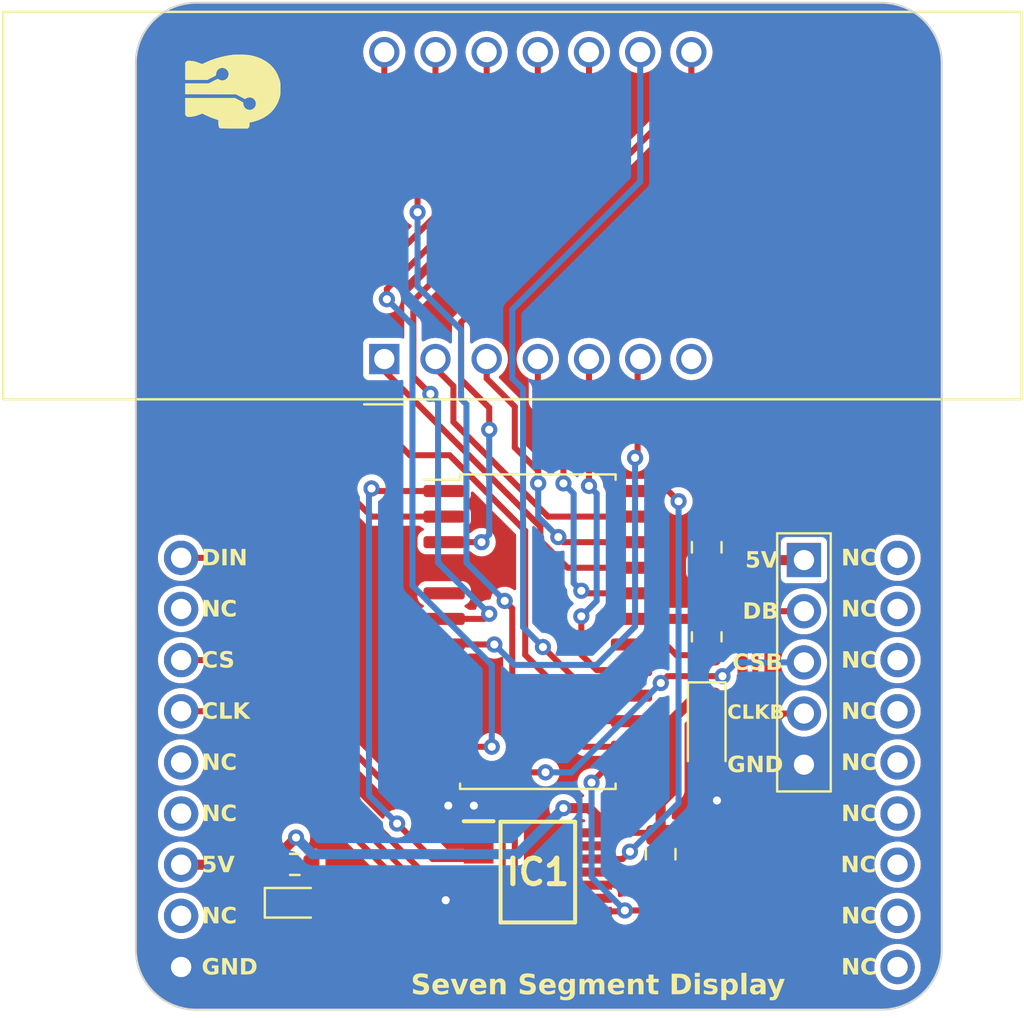
<source format=kicad_pcb>
(kicad_pcb (version 20221018) (generator pcbnew)
  (layers (0 "F.Cu" signal) (31 "B.Cu" signal) (34 "B.Paste" user) (35 "F.Paste" user) (36 "B.SilkS" user "B.Silkscreen") (37 "F.SilkS" user "F.Silkscreen") (38 "B.Mask" user) (39 "F.Mask" user) (44 "Edge.Cuts" user))
  (net 0 "")
  (net 1 "+5V")
  (net 2 "GND")
  (net 3 "Net-(D1-A)")
  (net 4 "DIN")
  (net 5 "DINB")
  (net 6 "CS")
  (net 7 "CSB")
  (net 8 "CLKB")
  (net 9 "CLK")
  (net 10 "DOUTB")
  (net 11 "DOUT")
  (net 12 "Net-(U2-ISET)")
  (net 13 "E")
  (net 14 "D")
  (net 15 "DP")
  (net 16 "C")
  (net 17 "G")
  (net 18 "D3")
  (net 20 "D4")
  (net 21 "B")
  (net 22 "D2")
  (net 23 "D1")
  (net 24 "F")
  (net 25 "D0")
  (net 29 "A")
  (footprint "Package_SO:SOIC-24W_7.5x15.4mm_P1.27mm" (layer "F.Cu") (at 110.744 110.871)
    (fp_text reference "U2" hide)
    (fp_text value "MAX7219" hide)
    (pad "1" smd roundrect (at -4.65 -6.985) (size 2.05 0.6) (layers "F.Cu" "F.Paste" "F.Mask") (net 5 "DINB"))
    (pad "2" smd roundrect (at -4.65 -5.715) (size 2.05 0.6) (layers "F.Cu" "F.Paste" "F.Mask") (net 25 "D0"))
    (pad "3" smd roundrect (at -4.65 -4.445) (size 2.05 0.6) (layers "F.Cu" "F.Paste" "F.Mask") (net 20 "D4"))
    (pad "4" smd roundrect (at -4.65 -3.175) (size 2.05 0.6) (layers "F.Cu" "F.Paste" "F.Mask") (net 2 "GND"))
    (pad "5" smd roundrect (at -4.65 -1.905) (size 2.05 0.6) (layers "F.Cu" "F.Paste" "F.Mask"))
    (pad "6" smd roundrect (at -4.65 -0.635) (size 2.05 0.6) (layers "F.Cu" "F.Paste" "F.Mask") (net 22 "D2"))
    (pad "7" smd roundrect (at -4.65 0.635) (size 2.05 0.6) (layers "F.Cu" "F.Paste" "F.Mask") (net 18 "D3"))
    (pad "8" smd roundrect (at -4.65 1.905) (size 2.05 0.6) (layers "F.Cu" "F.Paste" "F.Mask"))
    (pad "9" smd roundrect (at -4.65 3.175) (size 2.05 0.6) (layers "F.Cu" "F.Paste" "F.Mask") (net 2 "GND"))
    (pad "10" smd roundrect (at -4.65 4.445) (size 2.05 0.6) (layers "F.Cu" "F.Paste" "F.Mask"))
    (pad "11" smd roundrect (at -4.65 5.715) (size 2.05 0.6) (layers "F.Cu" "F.Paste" "F.Mask") (net 23 "D1"))
    (pad "12" smd roundrect (at -4.65 6.985) (size 2.05 0.6) (layers "F.Cu" "F.Paste" "F.Mask") (net 7 "CSB"))
    (pad "13" smd roundrect (at 4.65 6.985) (size 2.05 0.6) (layers "F.Cu" "F.Paste" "F.Mask") (net 8 "CLKB"))
    (pad "14" smd roundrect (at 4.65 5.715) (size 2.05 0.6) (layers "F.Cu" "F.Paste" "F.Mask") (net 29 "A"))
    (pad "15" smd roundrect (at 4.65 4.445) (size 2.05 0.6) (layers "F.Cu" "F.Paste" "F.Mask") (net 24 "F"))
    (pad "16" smd roundrect (at 4.65 3.175) (size 2.05 0.6) (layers "F.Cu" "F.Paste" "F.Mask") (net 21 "B"))
    (pad "17" smd roundrect (at 4.65 1.905) (size 2.05 0.6) (layers "F.Cu" "F.Paste" "F.Mask") (net 17 "G"))
    (pad "18" smd roundrect (at 4.65 0.635) (size 2.05 0.6) (layers "F.Cu" "F.Paste" "F.Mask") (net 12 "Net-(U2-ISET)"))
    (pad "19" smd roundrect (at 4.65 -0.635) (size 2.05 0.6) (layers "F.Cu" "F.Paste" "F.Mask") (net 1 "+5V"))
    (pad "20" smd roundrect (at 4.65 -1.905) (size 2.05 0.6) (layers "F.Cu" "F.Paste" "F.Mask") (net 16 "C"))
    (pad "21" smd roundrect (at 4.65 -3.175) (size 2.05 0.6) (layers "F.Cu" "F.Paste" "F.Mask") (net 13 "E"))
    (pad "22" smd roundrect (at 4.65 -4.445) (size 2.05 0.6) (layers "F.Cu" "F.Paste" "F.Mask") (net 15 "DP"))
    (pad "23" smd roundrect (at 4.65 -5.715) (size 2.05 0.6) (layers "F.Cu" "F.Paste" "F.Mask") (net 14 "D"))
    (pad "24" smd roundrect (at 4.65 -6.985) (size 2.05 0.6) (layers "F.Cu" "F.Paste" "F.Mask") (net 11 "DOUT"))
  )
  (footprint "Capacitor_SMD:C_0805_2012Metric" (layer "F.Cu") (at 119.126 106.68 90)
    (fp_text reference "C2" hide)
    (fp_text value "0.1uF" hide)
    (pad "1" smd roundrect (at -0.95 0 90) (size 1 1.45) (layers "F.Cu" "F.Paste" "F.Mask") (net 1 "+5V"))
    (pad "2" smd roundrect (at 0.95 0 90) (size 1 1.45) (layers "F.Cu" "F.Paste" "F.Mask") (net 2 "GND"))
  )
  (footprint "74LVC125APW:SOP65P640X110-14N" (layer "F.Cu") (at 110.744 122.809)
    (fp_text reference "IC1" (at 0 0) (layer "F.SilkS") (effects (font (size 1.27 1.27) (thickness 0.254))))
    (fp_text value "74HCT125PW,118" hide)
    (pad "1" smd rect (at -2.938 -1.95 90) (size 0.45 1.475) (layers "F.Cu" "F.Paste" "F.Mask") (net 2 "GND"))
    (pad "2" smd rect (at -2.938 -1.3 90) (size 0.45 1.475) (layers "F.Cu" "F.Paste" "F.Mask") (net 4 "DIN"))
    (pad "3" smd rect (at -2.938 -0.65 90) (size 0.45 1.475) (layers "F.Cu" "F.Paste" "F.Mask") (net 5 "DINB"))
    (pad "4" smd rect (at -2.938 0 90) (size 0.45 1.475) (layers "F.Cu" "F.Paste" "F.Mask") (net 2 "GND"))
    (pad "5" smd rect (at -2.938 0.65 90) (size 0.45 1.475) (layers "F.Cu" "F.Paste" "F.Mask") (net 6 "CS"))
    (pad "6" smd rect (at -2.938 1.3 90) (size 0.45 1.475) (layers "F.Cu" "F.Paste" "F.Mask") (net 7 "CSB"))
    (pad "7" smd rect (at -2.938 1.95 90) (size 0.45 1.475) (layers "F.Cu" "F.Paste" "F.Mask") (net 2 "GND"))
    (pad "8" smd rect (at 2.938 1.95 90) (size 0.45 1.475) (layers "F.Cu" "F.Paste" "F.Mask") (net 8 "CLKB"))
    (pad "9" smd rect (at 2.938 1.3 90) (size 0.45 1.475) (layers "F.Cu" "F.Paste" "F.Mask") (net 9 "CLK"))
    (pad "10" smd rect (at 2.938 0.65 90) (size 0.45 1.475) (layers "F.Cu" "F.Paste" "F.Mask") (net 2 "GND"))
    (pad "11" smd rect (at 2.938 0 90) (size 0.45 1.475) (layers "F.Cu" "F.Paste" "F.Mask") (net 10 "DOUTB"))
    (pad "12" smd rect (at 2.938 -0.65 90) (size 0.45 1.475) (layers "F.Cu" "F.Paste" "F.Mask") (net 11 "DOUT"))
    (pad "13" smd rect (at 2.938 -1.3 90) (size 0.45 1.475) (layers "F.Cu" "F.Paste" "F.Mask") (net 2 "GND"))
    (pad "14" smd rect (at 2.938 -1.95 90) (size 0.45 1.475) (layers "F.Cu" "F.Paste" "F.Mask") (net 1 "+5V"))
  )
  (footprint "Capacitor_SMD:C_0805_2012Metric" (layer "F.Cu") (at 116.84 121.92 -90)
    (fp_text reference "C1" hide)
    (fp_text value "0.1uF" hide)
    (pad "1" smd roundrect (at -0.95 0 270) (size 1 1.45) (layers "F.Cu" "F.Paste" "F.Mask") (net 1 "+5V"))
    (pad "2" smd roundrect (at 0.95 0 270) (size 1 1.45) (layers "F.Cu" "F.Paste" "F.Mask") (net 2 "GND"))
  )
  (footprint "Connector_PinHeader_2.54mm:PinHeader_1x05_P2.54mm_Vertical" (layer "F.Cu") (at 123.952 107.315)
    (fp_text reference "J1" hide)
    (fp_text value "Conn_01x05_Pin" hide)
    (pad "1" thru_hole rect (at 0 0) (size 1.7 1.7) (drill 1) (layers "*.Cu" "*.Mask") (net 1 "+5V"))
    (pad "2" thru_hole oval (at 0 2.54) (size 1.7 1.7) (drill 1) (layers "*.Cu" "*.Mask") (net 10 "DOUTB"))
    (pad "3" thru_hole oval (at 0 5.08) (size 1.7 1.7) (drill 1) (layers "*.Cu" "*.Mask") (net 7 "CSB"))
    (pad "4" thru_hole oval (at 0 7.62) (size 1.7 1.7) (drill 1) (layers "*.Cu" "*.Mask") (net 8 "CLKB"))
    (pad "5" thru_hole oval (at 0 10.16) (size 1.7 1.7) (drill 1) (layers "*.Cu" "*.Mask") (net 2 "GND"))
  )
  (footprint "meminle:CA56-12CGKWA" (layer "F.Cu") (at 103.124 97.3315 90)
    (fp_text reference "U1" hide)
    (fp_text value "CA56-12CGKWA" hide)
    (pad "1" thru_hole rect (at 0 0 90) (size 1.5 1.5) (drill 1) (layers "*.Cu" "*.Mask") (net 13 "E"))
    (pad "2" thru_hole circle (at 0 2.54 90) (size 1.5 1.5) (drill 1) (layers "*.Cu" "*.Mask") (net 14 "D"))
    (pad "3" thru_hole circle (at 0 5.08 90) (size 1.5 1.5) (drill 1) (layers "*.Cu" "*.Mask") (net 15 "DP"))
    (pad "4" thru_hole circle (at 0 7.62 90) (size 1.5 1.5) (drill 1) (layers "*.Cu" "*.Mask") (net 16 "C"))
    (pad "5" thru_hole circle (at 0 10.16 90) (size 1.5 1.5) (drill 1) (layers "*.Cu" "*.Mask") (net 17 "G"))
    (pad "6" thru_hole circle (at 0 12.7 90) (size 1.5 1.5) (drill 1) (layers "*.Cu" "*.Mask") (net 18 "D3"))
    (pad "7" thru_hole circle (at 0 15.24 90) (size 1.5 1.5) (drill 1) (layers "*.Cu" "*.Mask"))
    (pad "8" thru_hole circle (at 15.24 15.24 90) (size 1.5 1.5) (drill 1) (layers "*.Cu" "*.Mask") (net 20 "D4"))
    (pad "9" thru_hole circle (at 15.24 12.7 90) (size 1.5 1.5) (drill 1) (layers "*.Cu" "*.Mask") (net 21 "B"))
    (pad "10" thru_hole circle (at 15.24 10.16 90) (size 1.5 1.5) (drill 1) (layers "*.Cu" "*.Mask") (net 22 "D2"))
    (pad "11" thru_hole circle (at 15.24 7.62 90) (size 1.5 1.5) (drill 1) (layers "*.Cu" "*.Mask") (net 23 "D1"))
    (pad "12" thru_hole circle (at 15.24 5.08 90) (size 1.5 1.5) (drill 1) (layers "*.Cu" "*.Mask") (net 24 "F"))
    (pad "13" thru_hole circle (at 15.24 2.54 90) (size 1.5 1.5) (drill 1) (layers "*.Cu" "*.Mask") (net 29 "A"))
    (pad "14" thru_hole circle (at 15.24 0 90) (size 1.5 1.5) (drill 1) (layers "*.Cu" "*.Mask") (net 25 "D0"))
  )
  (footprint "Capacitor_Tantalum_SMD:CP_EIA-3216-10_Kemet-I" (layer "F.Cu") (at 119.126 115.697 -90)
    (fp_text reference "C3" hide)
    (fp_text value "C_Polarized" hide)
    (pad "1" smd roundrect (at -1.35 0 270) (size 1.4 1.35) (layers "F.Cu" "F.Paste" "F.Mask") (roundrect_rratio 0.185185) (net 1 "+5V"))
    (pad "2" smd roundrect (at 1.35 0 270) (size 1.4 1.35) (layers "F.Cu" "F.Paste" "F.Mask") (roundrect_rratio 0.185185) (net 2 "GND"))
  )
  (footprint "Resistor_SMD:R_0805_2012Metric" (layer "F.Cu") (at 119.126 111.125 -90)
    (fp_text reference "R1" hide)
    (fp_text value "10k" hide)
    (pad "1" smd roundrect (at -0.9125 0 270) (size 1.025 1.4) (layers "F.Cu" "F.Paste" "F.Mask") (roundrect_rratio 0.243902) (net 1 "+5V"))
    (pad "2" smd roundrect (at 0.9125 0 270) (size 1.025 1.4) (layers "F.Cu" "F.Paste" "F.Mask") (roundrect_rratio 0.243902) (net 12 "Net-(U2-ISET)"))
  )
  (footprint "Resistor_SMD:R_0603_1608Metric" (layer "F.Cu") (at 98.679 122.428)
    (fp_text reference "R2" hide)
    (fp_text value "R" hide)
    (pad "1" smd roundrect (at -0.825 0) (size 0.8 0.95) (layers "F.Cu" "F.Paste" "F.Mask") (net 1 "+5V"))
    (pad "2" smd roundrect (at 0.825 0) (size 0.8 0.95) (layers "F.Cu" "F.Paste" "F.Mask") (net 3 "Net-(D1-A)"))
  )
  (footprint "Moduler_:pin_header_5-3" (layer "F.Cu") (at 110.78963 117.394433)
    (fp_text reference "U3" hide)
    (fp_text value "~" hide)
    (fp_text user "Seven Segment Display" (at -6.35 11.651391 unlocked) (layer "F.SilkS") (effects (font (thickness 0.2) bold) (justify left bottom)))
    (fp_text user "NC" (at 15.014634 -4.603598 unlocked) (layer "F.SilkS") (effects (font (size 0.8 0.8) (thickness 0.2) bold) (justify left bottom)))
    (fp_text user "NC" (at 15.014634 -4.603598 unlocked) (layer "F.SilkS") (effects (font (size 0.8 0.8) (thickness 0.2) bold) (justify left bottom)))
    (fp_text user "NC" (at 15.014634 3.016402 unlocked) (layer "F.SilkS") (effects (font (size 0.8 0.8) (thickness 0.2) bold) (justify left bottom)))
    (fp_text user "NC" (at 15.014634 8.096402 unlocked) (layer "F.SilkS") (effects (font (size 0.8 0.8) (thickness 0.2) bold) (justify left bottom)))
    (fp_text user "NC" (at -16.735366 -7.143598 unlocked) (layer "F.SilkS") (effects (font (size 0.8 0.8) (thickness 0.2) bold) (justify left bottom)))
    (fp_text user "NC" (at 15.014634 -7.143598 unlocked) (layer "F.SilkS") (effects (font (size 0.8 0.8) (thickness 0.2) bold) (justify left bottom)))
    (fp_text user "NC" (at 15.014634 0.476402 unlocked) (layer "F.SilkS") (effects (font (size 0.8 0.8) (thickness 0.2) bold) (justify left bottom)))
    (fp_text user "DIN" (at -16.735366 -9.683598 unlocked) (layer "F.SilkS") (effects (font (size 0.8 0.8) (thickness 0.2) bold) (justify left bottom)))
    (fp_text user "NC" (at 15.014634 -2.063598 unlocked) (layer "F.SilkS") (effects (font (size 0.8 0.8) (thickness 0.2) bold) (justify left bottom)))
    (fp_text user "NC" (at 15.014634 -7.143598 unlocked) (layer "F.SilkS") (effects (font (size 0.8 0.8) (thickness 0.2) bold) (justify left bottom)))
    (fp_text user "NC" (at -16.735366 -7.143598 unlocked) (layer "F.SilkS") (effects (font (size 0.8 0.8) (thickness 0.2) bold) (justify left bottom)))
    (fp_text user "NC" (at 15.014634 10.636402 unlocked) (layer "F.SilkS") (effects (font (size 0.8 0.8) (thickness 0.2) bold) (justify left bottom)))
    (fp_text user "NC" (at 15.014634 -9.683598 unlocked) (layer "F.SilkS") (effects (font (size 0.8 0.8) (thickness 0.2) bold) (justify left bottom)))
    (fp_text user "CLK" (at -16.735366 -2.063598 unlocked) (layer "F.SilkS") (effects (font (size 0.8 0.8) (thickness 0.2) bold) (justify left bottom)))
    (fp_text user "NC" (at 15.014634 0.476402 unlocked) (layer "F.SilkS") (effects (font (size 0.8 0.8) (thickness 0.2) bold) (justify left bottom)))
    (fp_text user "NC" (at 14.986 5.556402 unlocked) (layer "F.SilkS") (effects (font (size 0.8 0.8) (thickness 0.2) bold) (justify left bottom)))
    (fp_text user "NC" (at -16.735366 0.476402 unlocked) (layer "F.SilkS") (effects (font (size 0.8 0.8) (thickness 0.2) bold) (justify left bottom)))
    (fp_text user "NC" (at 15.014634 -2.063598 unlocked) (layer "F.SilkS") (effects (font (size 0.8 0.8) (thickness 0.2) bold) (justify left bottom)))
    (fp_text user "NC" (at -16.735366 8.096402 unlocked) (layer "F.SilkS") (effects (font (size 0.8 0.8) (thickness 0.2) bold) (justify left bottom)))
    (fp_text user "5V" (at -16.735366 5.556402 unlocked) (layer "F.SilkS") (effects (font (size 0.8 0.8) (thickness 0.2) bold) (justify left bottom)))
    (fp_text user "NC" (at 15.014634 -9.683598 unlocked) (layer "F.SilkS") (effects (font (size 0.8 0.8) (thickness 0.2) bold) (justify left bottom)))
    (fp_text user "NC" (at -16.735366 3.016402 unlocked) (layer "F.SilkS") (effects (font (size 0.8 0.8) (thickness 0.2) bold) (justify left bottom)))
    (fp_text user "GND" (at -16.735366 10.636402 unlocked) (layer "F.SilkS") (effects (font (size 0.8 0.8) (thickness 0.2) bold) (justify left bottom)))
    (fp_text user "NC" (at 15.014634 10.636402 unlocked) (layer "F.SilkS") (effects (font (size 0.8 0.8) (thickness 0.2) bold) (justify left bottom)))
    (fp_text user "NC" (at 15.014634 8.096402 unlocked) (layer "F.SilkS") (effects (font (size 0.8 0.8) (thickness 0.2) bold) (justify left bottom)))
    (fp_text user "CS" (at -16.735366 -4.603598 unlocked) (layer "F.SilkS") (effects (font (size 0.8 0.8) (thickness 0.2) bold) (justify left bottom)))
    (fp_poly (pts (xy 17.154627 -37.750531) (xy 17.306893 -37.738952) (xy 17.456945 -37.719884) (xy 17.604595 -37.693514) (xy 17.749655 -37.660032) (xy 17.891935 -37.619627) (xy 18.031248 -37.572485) (xy 18.167406 -37.518797) (xy 18.300219 -37.458749) (xy 18.429499 -37.392531) (xy 18.555059 -37.320331) (xy 18.676709 -37.242337) (xy 18.794262 -37.158739) (xy 18.907528 -37.069723) (xy 19.01632 -36.975479) (xy 19.120449 -36.876195) (xy 19.219726 -36.772059) (xy 19.313964 -36.66326) (xy 19.402974 -36.549986) (xy 19.486568 -36.432426) (xy 19.564556 -36.310768) (xy 19.636751 -36.1852) (xy 19.702965 -36.055911) (xy 19.763009 -35.923089) (xy 19.816694 -35.786922) (xy 19.863832 -35.6476) (xy 19.904235 -35.50531) (xy 19.937715 -35.360241) (xy 19.964083 -35.212581) (xy 19.98315 -35.062518) (xy 19.994728 -34.910242) (xy 19.99863 -34.755939) (xy 19.99863 9.244306) (xy 19.994728 9.398609) (xy 19.98315 9.550885) (xy 19.964083 9.700948) (xy 19.937715 9.848608) (xy 19.904235 9.993677) (xy 19.863832 10.135968) (xy 19.816694 10.27529) (xy 19.763009 10.411456) (xy 19.702965 10.544278) (xy 19.636751 10.673567) (xy 19.564556 10.799135) (xy 19.486568 10.920794) (xy 19.402974 11.038354) (xy 19.313964 11.151628) (xy 19.219726 11.260427) (xy 19.120449 11.364562) (xy 19.01632 11.463846) (xy 18.907528 11.55809) (xy 18.794262 11.647106) (xy 18.676709 11.730705) (xy 18.555059 11.808698) (xy 18.429499 11.880898) (xy 18.300219 11.947116) (xy 18.167406 12.007163) (xy 18.031248 12.060852) (xy 17.891935 12.107993) (xy 17.749655 12.148399) (xy 17.604595 12.181881) (xy 17.456945 12.20825) (xy 17.306893 12.227319) (xy 17.154627 12.238898) (xy 17.000335 12.2428) (xy -17.000335 12.2428) (xy -17.154626 12.238898) (xy -17.306893 12.227319) (xy -17.456945 12.20825) (xy -17.604596 12.181881) (xy -17.749655 12.148399) (xy -17.891936 12.107993) (xy -18.031249 12.060852) (xy -18.167406 12.007163) (xy -18.30022 11.947116) (xy -18.4295 11.880898) (xy -18.55506 11.808698) (xy -18.67671 11.730705) (xy -18.794262 11.647106) (xy -18.907529 11.55809) (xy -19.016321 11.463846) (xy -19.120449 11.364562) (xy -19.219727 11.260427) (xy -19.313965 11.151628) (xy -19.402975 11.038354) (xy -19.486568 10.920794) (xy -19.564556 10.799135) (xy -19.636752 10.673567) (xy -19.702965 10.544278) (xy -19.763009 10.411456) (xy -19.816694 10.27529) (xy -19.863832 10.135968) (xy -19.904235 9.993677) (xy -19.937715 9.848608) (xy -19.964083 9.700948) (xy -19.98315 9.550885) (xy -19.994728 9.398609) (xy -19.99863 9.244306) (xy -19.99863 -34.755939) (xy -19.994728 -34.910242) (xy -19.98315 -35.062518) (xy -19.964083 -35.212581) (xy -19.937715 -35.360241) (xy -19.904235 -35.50531) (xy -19.863832 -35.6476) (xy -19.816694 -35.786922) (xy -19.763009 -35.923089) (xy -19.702965 -36.055911) (xy -19.636752 -36.1852) (xy -19.564556 -36.310768) (xy -19.486568 -36.432426) (xy -19.402975 -36.549986) (xy -19.313965 -36.66326) (xy -19.219727 -36.772059) (xy -19.120449 -36.876195) (xy -19.016321 -36.975479) (xy -18.907529 -37.069723) (xy -18.794262 -37.158739) (xy -18.67671 -37.242337) (xy -18.55506 -37.320331) (xy -18.4295 -37.392531) (xy -18.30022 -37.458749) (xy -18.167406 -37.518797) (xy -18.031249 -37.572485) (xy -17.891936 -37.619627) (xy -17.749655 -37.660032) (xy -17.604596 -37.693514) (xy -17.456945 -37.719884) (xy -17.306893 -37.738952) (xy -17.154626 -37.750531) (xy -17.000335 -37.754433) (xy 17.000335 -37.754433)) (stroke (width 0.1)) (fill none) (layer "Edge.Cuts"))
    (pad "1" thru_hole oval (at -17.751366 -10.191598) (size 1.7 1.7) (drill 1) (layers "*.Cu" "*.Mask") (net 4 "DIN"))
    (pad "1" thru_hole oval (at -17.751366 -10.191598) (size 1.7 1.7) (drill 1) (layers "*.Cu" "*.Mask") (net 4 "DIN"))
    (pad "2" thru_hole oval (at -17.751366 -7.651598) (size 1.7 1.7) (drill 1) (layers "*.Cu" "*.Mask"))
    (pad "2" thru_hole oval (at -17.751366 -7.651598) (size 1.7 1.7) (drill 1) (layers "*.Cu" "*.Mask"))
    (pad "3" thru_hole oval (at -17.751366 -5.111598) (size 1.7 1.7) (drill 1) (layers "*.Cu" "*.Mask") (net 6 "CS"))
    (pad "3" thru_hole oval (at -17.751366 -5.111598) (size 1.7 1.7) (drill 1) (layers "*.Cu" "*.Mask") (net 6 "CS"))
    (pad "4" thru_hole oval (at -17.751366 -2.571598) (size 1.7 1.7) (drill 1) (layers "*.Cu" "*.Mask") (net 9 "CLK"))
    (pad "4" thru_hole oval (at -17.751366 -2.571598) (size 1.7 1.7) (drill 1) (layers "*.Cu" "*.Mask") (net 9 "CLK"))
    (pad "5" thru_hole oval (at -17.751366 -0.031598) (size 1.7 1.7) (drill 1) (layers "*.Cu" "*.Mask"))
    (pad "5" thru_hole oval (at -17.751366 -0.031598) (size 1.7 1.7) (drill 1) (layers "*.Cu" "*.Mask"))
    (pad "6" thru_hole oval (at -17.751366 2.508402) (size 1.7 1.7) (drill 1) (layers "*.Cu" "*.Mask"))
    (pad "6" thru_hole oval (at -17.751366 2.508402) (size 1.7 1.7) (drill 1) (layers "*.Cu" "*.Mask"))
    (pad "7" thru_hole oval (at -17.751366 5.048402) (size 1.7 1.7) (drill 1) (layers "*.Cu" "*.Mask") (net 1 "+5V"))
    (pad "7" thru_hole oval (at -17.751366 5.048402) (size 1.7 1.7) (drill 1) (layers "*.Cu" "*.Mask") (net 1 "+5V"))
    (pad "8" thru_hole oval (at -17.751366 7.588402) (size 1.7 1.7) (drill 1) (layers "*.Cu" "*.Mask"))
    (pad "8" thru_hole oval (at -17.751366 7.588402) (size 1.7 1.7) (drill 1) (layers "*.Cu" "*.Mask"))
    (pad "9" thru_hole oval (at -17.751366 10.128402) (size 1.7 1.7) (drill 1) (layers "*.Cu" "*.Mask") (net 2 "GND"))
    (pad "9" thru_hole oval (at -17.751366 10.128402) (size 1.7 1.7) (drill 1) (layers "*.Cu" "*.Mask") (net 2 "GND"))
    (pad "10" thru_hole oval (at 17.808634 10.128402) (size 1.7 1.7) (drill 1) (layers "*.Cu" "*.Mask"))
    (pad "10" thru_hole oval (at 17.808634 10.128402) (size 1.7 1.7) (drill 1) (layers "*.Cu" "*.Mask"))
    (pad "11" thru_hole oval (at 17.808634 7.588402) (size 1.7 1.7) (drill 1) (layers "*.Cu" "*.Mask"))
    (pad "11" thru_hole oval (at 17.808634 7.588402) (size 1.7 1.7) (drill 1) (layers "*.Cu" "*.Mask"))
    (pad "12" thru_hole oval (at 17.808634 5.048402) (size 1.7 1.7) (drill 1) (layers "*.Cu" "*.Mask"))
    (pad "12" thru_hole oval (at 17.808634 5.048402) (size 1.7 1.7) (drill 1) (layers "*.Cu" "*.Mask"))
    (pad "13" thru_hole oval (at 17.808634 2.508402) (size 1.7 1.7) (drill 1) (layers "*.Cu" "*.Mask"))
    (pad "13" thru_hole oval (at 17.808634 2.508402) (size 1.7 1.7) (drill 1) (layers "*.Cu" "*.Mask"))
    (pad "14" thru_hole oval (at 17.808634 -0.031598) (size 1.7 1.7) (drill 1) (layers "*.Cu" "*.Mask"))
    (pad "14" thru_hole oval (at 17.808634 -0.031598) (size 1.7 1.7) (drill 1) (layers "*.Cu" "*.Mask"))
    (pad "15" thru_hole oval (at 17.808634 -2.571598) (size 1.7 1.7) (drill 1) (layers "*.Cu" "*.Mask"))
    (pad "15" thru_hole oval (at 17.808634 -2.571598) (size 1.7 1.7) (drill 1) (layers "*.Cu" "*.Mask"))
    (pad "16" thru_hole oval (at 17.808634 -5.111598) (size 1.7 1.7) (drill 1) (layers "*.Cu" "*.Mask"))
    (pad "16" thru_hole oval (at 17.808634 -5.111598) (size 1.7 1.7) (drill 1) (layers "*.Cu" "*.Mask"))
    (pad "17" thru_hole oval (at 17.808634 -7.651598) (size 1.7 1.7) (drill 1) (layers "*.Cu" "*.Mask"))
    (pad "17" thru_hole oval (at 17.808634 -7.651598) (size 1.7 1.7) (drill 1) (layers "*.Cu" "*.Mask"))
    (pad "18" thru_hole oval (at 17.808634 -10.191598) (size 1.7 1.7) (drill 1) (layers "*.Cu" "*.Mask"))
    (pad "18" thru_hole oval (at 17.808634 -10.191598) (size 1.7 1.7) (drill 1) (layers "*.Cu" "*.Mask"))
  )
  (footprint "LED_SMD:LED_0603_1608Metric" (layer "F.Cu") (at 98.679 124.333)
    (fp_text reference "D1" hide)
    (fp_text value "LED" hide)
    (pad "1" smd roundrect (at -0.7875 0) (size 0.875 0.95) (layers "F.Cu" "F.Paste" "F.Mask") (net 2 "GND"))
    (pad "2" smd roundrect (at 0.7875 0) (size 0.875 0.95) (layers "F.Cu" "F.Paste" "F.Mask") (net 3 "Net-(D1-A)"))
  )
  (gr_text "DB\n" (at 120.904 110.363) (layer "F.SilkS") (effects (font (size 0.8 0.8) (thickness 0.2) bold) (justify left bottom)))
  (gr_text "5V" (at 121.031 107.823) (layer "F.SilkS") (effects (font (size 0.8 0.8) (thickness 0.2) bold) (justify left bottom)))
  (gr_text "CSB" (at 120.396 112.903) (layer "F.SilkS") (effects (font (size 0.8 0.8) (thickness 0.2) bold) (justify left bottom)))
  (gr_text "CLKB" (at 120.142 115.316) (layer "F.SilkS") (effects (font (size 0.7 0.7) (thickness 0.15) bold) (justify left bottom)))
  (gr_text "GND" (at 120.142 117.983) (layer "F.SilkS") (effects (font (size 0.8 0.8) (thickness 0.15) bold) (justify left bottom)))
  (segment (start 121.666 107.315) (end 123.952 107.315) (width 0.5) (layer "F.Cu") (net 1))
  (segment (start 117.475 115.189) (end 118.317 114.347) (width 0.5) (layer "F.Cu") (net 1))
  (segment (start 120.142 110.236) (end 115.394 110.236) (width 0.5) (layer "F.Cu") (net 1))
  (segment (start 116.84 119.38) (end 117.475 118.745) (width 0.5) (layer "F.Cu") (net 1))
  (segment (start 98.7425 121.0945) (end 97.854 121.983) (width 0.5) (layer "F.Cu") (net 1))
  (segment (start 97.839165 122.442835) (end 97.854 122.428) (width 0.5) (layer "F.Cu") (net 1))
  (segment (start 116.84 120.97) (end 116.729 120.859) (width 0.3) (layer "F.Cu") (net 1))
  (segment (start 116.84 120.97) (end 116.84 119.38) (width 0.5) (layer "F.Cu") (net 1))
  (segment (start 97.854 121.983) (end 97.854 122.428) (width 0.5) (layer "F.Cu") (net 1))
  (segment (start 121.351 107.63) (end 121.666 107.315) (width 0.5) (layer "F.Cu") (net 1))
  (segment (start 117.475 118.745) (end 117.475 115.189) (width 0.5) (layer "F.Cu") (net 1))
  (segment (start 119.126 114.347) (end 120.095 114.347) (width 0.5) (layer "F.Cu") (net 1))
  (segment (start 118.317 114.347) (end 119.126 114.347) (width 0.5) (layer "F.Cu") (net 1))
  (segment (start 119.126 107.63) (end 119.126 110.2125) (width 0.5) (layer "F.Cu") (net 1))
  (segment (start 120.904 113.538) (end 120.904 110.998) (width 0.5) (layer "F.Cu") (net 1))
  (segment (start 113.682 120.032) (end 113.682 120.834) (width 0.5) (layer "F.Cu") (net 1))
  (segment (start 93.038264 122.442835) (end 97.839165 122.442835) (width 0.5) (layer "F.Cu") (net 1))
  (segment (start 112.014 119.634) (end 113.284 119.634) (width 0.5) (layer "F.Cu") (net 1))
  (segment (start 116.729 120.859) (end 113.682 120.859) (width 0.3) (layer "F.Cu") (net 1))
  (segment (start 120.904 110.998) (end 120.142 110.236) (width 0.5) (layer "F.Cu") (net 1))
  (segment (start 119.126 107.63) (end 121.351 107.63) (width 0.5) (layer "F.Cu") (net 1))
  (segment (start 113.284 119.634) (end 113.682 120.032) (width 0.5) (layer "F.Cu") (net 1))
  (segment (start 120.095 114.347) (end 120.904 113.538) (width 0.5) (layer "F.Cu") (net 1))
  (via (at 98.7425 121.0945) (size 0.8) (drill 0.4) (layers "F.Cu" "B.Cu") (net 1))
  (via (at 112.014 119.634) (size 0.8) (drill 0.4) (layers "F.Cu" "B.Cu") (net 1))
  (segment (start 98.7425 121.0945) (end 99.568 121.92) (width 0.5) (layer "B.Cu") (net 1))
  (segment (start 109.728 121.92) (end 112.014 119.634) (width 0.5) (layer "B.Cu") (net 1))
  (segment (start 99.568 121.92) (end 109.728 121.92) (width 0.5) (layer "B.Cu") (net 1))
  (via (at 106.299 119.507) (size 0.8) (drill 0.4) (layers "F.Cu" "B.Cu") (net 2))
  (via (at 119.634 119.253) (size 0.8) (drill 0.4) (layers "F.Cu" "B.Cu") (net 2))
  (via (at 107.569 119.507) (size 0.8) (drill 0.4) (layers "F.Cu" "B.Cu") (net 2))
  (via (at 106.172 124.206) (size 0.8) (drill 0.4) (layers "F.Cu" "B.Cu") (net 2))
  (segment (start 99.504 122.428) (end 99.504 124.2955) (width 0.5) (layer "F.Cu") (net 3))
  (segment (start 99.504 124.2955) (end 99.4665 124.333) (width 0.5) (layer "F.Cu") (net 3))
  (segment (start 94.375835 107.202835) (end 93.038264 107.202835) (width 0.3) (layer "F.Cu") (net 4))
  (segment (start 95.758 108.585) (end 94.375835 107.202835) (width 0.3) (layer "F.Cu") (net 4))
  (segment (start 106.269 121.509) (end 95.758 110.998) (width 0.3) (layer "F.Cu") (net 4))
  (segment (start 95.758 110.998) (end 95.758 108.585) (width 0.3) (layer "F.Cu") (net 4))
  (segment (start 107.806 121.509) (end 106.269 121.509) (width 0.3) (layer "F.Cu") (net 4))
  (segment (start 102.489 103.759) (end 102.616 103.886) (width 0.3) (layer "F.Cu") (net 5))
  (segment (start 105.522 122.159) (end 107.806 122.159) (width 0.3) (layer "F.Cu") (net 5))
  (segment (start 103.759 120.396) (end 105.522 122.159) (width 0.3) (layer "F.Cu") (net 5))
  (segment (start 102.616 103.886) (end 106.094 103.886) (width 0.3) (layer "F.Cu") (net 5))
  (via (at 103.759 120.396) (size 0.8) (drill 0.4) (layers "F.Cu" "B.Cu") (net 5))
  (via (at 102.489 103.759) (size 0.8) (drill 0.4) (layers "F.Cu" "B.Cu") (net 5))
  (segment (start 102.362 118.999) (end 102.362 103.886) (width 0.3) (layer "B.Cu") (net 5))
  (segment (start 102.362 103.886) (end 102.489 103.759) (width 0.3) (layer "B.Cu") (net 5))
  (segment (start 103.759 120.396) (end 102.362 118.999) (width 0.3) (layer "B.Cu") (net 5))
  (segment (start 105.664 123.444) (end 94.502835 112.282835) (width 0.3) (layer "F.Cu") (net 6))
  (segment (start 94.502835 112.282835) (end 93.038264 112.282835) (width 0.3) (layer "F.Cu") (net 6))
  (segment (start 107.791 123.444) (end 105.664 123.444) (width 0.3) (layer "F.Cu") (net 6))
  (segment (start 107.806 123.459) (end 107.791 123.444) (width 0.3) (layer "F.Cu") (net 6))
  (segment (start 109.601 118.491) (end 108.966 117.856) (width 0.3) (layer "F.Cu") (net 7))
  (segment (start 109.601 123.3515) (end 109.601 119.126) (width 0.3) (layer "F.Cu") (net 7))
  (segment (start 108.966 117.856) (end 106.094 117.856) (width 0.3) (layer "F.Cu") (net 7))
  (segment (start 109.601 119.126) (end 109.601 118.491) (width 0.3) (layer "F.Cu") (net 7))
  (segment (start 110.236 117.856) (end 111.125 117.856) (width 0.3) (layer "F.Cu") (net 7))
  (segment (start 116.847345 113.419274) (end 117.185473 113.081146) (width 0.3) (layer "F.Cu") (net 7))
  (segment (start 107.806 124.109) (end 108.8435 124.109) (width 0.3) (layer "F.Cu") (net 7))
  (segment (start 108.8435 124.109) (end 109.601 123.3515) (width 0.3) (layer "F.Cu") (net 7))
  (segment (start 109.601 118.491) (end 110.236 117.856) (width 0.3) (layer "F.Cu") (net 7))
  (segment (start 117.185473 113.081146) (end 119.90986 113.081146) (width 0.3) (layer "F.Cu") (net 7))
  (via (at 111.125 117.856) (size 0.8) (drill 0.4) (layers "F.Cu" "B.Cu") (net 7))
  (via (at 119.90986 113.081146) (size 0.8) (drill 0.4) (layers "F.Cu" "B.Cu") (net 7))
  (via (at 116.847345 113.419274) (size 0.8) (drill 0.4) (layers "F.Cu" "B.Cu") (net 7))
  (segment (start 112.410619 117.856) (end 116.847345 113.419274) (width 0.3) (layer "B.Cu") (net 7))
  (segment (start 120.596006 112.395) (end 123.952 112.395) (width 0.3) (layer "B.Cu") (net 7))
  (segment (start 111.125 117.856) (end 112.410619 117.856) (width 0.3) (layer "B.Cu") (net 7))
  (segment (start 119.90986 113.081146) (end 120.596006 112.395) (width 0.3) (layer "B.Cu") (net 7))
  (segment (start 113.411 118.364) (end 113.919 117.856) (width 0.3) (layer "F.Cu") (net 8))
  (segment (start 115.017 124.759) (end 115.062 124.714) (width 0.3) (layer "F.Cu") (net 8))
  (segment (start 119.071106 124.714) (end 122.047 121.738106) (width 0.3) (layer "F.Cu") (net 8))
  (segment (start 122.047 121.738106) (end 122.047 115.824) (width 0.3) (layer "F.Cu") (net 8))
  (segment (start 113.919 117.856) (end 115.394 117.856) (width 0.3) (layer "F.Cu") (net 8))
  (segment (start 122.936 114.935) (end 123.952 114.935) (width 0.3) (layer "F.Cu") (net 8))
  (segment (start 115.062 124.714) (end 119.071106 124.714) (width 0.3) (layer "F.Cu") (net 8))
  (segment (start 122.047 115.824) (end 122.936 114.935) (width 0.3) (layer "F.Cu") (net 8))
  (segment (start 113.682 124.759) (end 115.017 124.759) (width 0.3) (layer "F.Cu") (net 8))
  (via (at 115.062 124.714) (size 0.8) (drill 0.4) (layers "F.Cu" "B.Cu") (net 8))
  (via (at 113.411 118.364) (size 0.8) (drill 0.4) (layers "F.Cu" "B.Cu") (net 8))
  (segment (start 113.411 123.063) (end 113.411 118.364) (width 0.3) (layer "B.Cu") (net 8))
  (segment (start 115.062 124.714) (end 113.411 123.063) (width 0.3) (layer "B.Cu") (net 8))
  (segment (start 113.682 124.109) (end 111.857 124.109) (width 0.3) (layer "F.Cu") (net 9))
  (segment (start 111.857 124.109) (end 110.363 125.603) (width 0.3) (layer "F.Cu") (net 9))
  (segment (start 95.391835 114.822835) (end 93.038264 114.822835) (width 0.3) (layer "F.Cu") (net 9))
  (segment (start 106.172 125.603) (end 95.391835 114.822835) (width 0.3) (layer "F.Cu") (net 9))
  (segment (start 110.363 125.603) (end 106.172 125.603) (width 0.3) (layer "F.Cu") (net 9))
  (segment (start 121.539 121.539) (end 121.539 110.744) (width 0.3) (layer "F.Cu") (net 10))
  (segment (start 113.682 122.809) (end 114.681 122.809) (width 0.3) (layer "F.Cu") (net 10))
  (segment (start 121.539 110.744) (end 122.428 109.855) (width 0.3) (layer "F.Cu") (net 10))
  (segment (start 122.428 109.855) (end 123.952 109.855) (width 0.3) (layer "F.Cu") (net 10))
  (segment (start 115.824 123.952) (end 119.126 123.952) (width 0.3) (layer "F.Cu") (net 10))
  (segment (start 119.126 123.952) (end 121.539 121.539) (width 0.3) (layer "F.Cu") (net 10))
  (segment (start 114.681 122.809) (end 115.824 123.952) (width 0.3) (layer "F.Cu") (net 10))
  (segment (start 115.394 103.886) (end 117.221 103.886) (width 0.3) (layer "F.Cu") (net 11))
  (segment (start 115.316 121.793) (end 114.95 122.159) (width 0.3) (layer "F.Cu") (net 11))
  (segment (start 114.95 122.159) (end 113.682 122.159) (width 0.3) (layer "F.Cu") (net 11))
  (segment (start 117.221 103.886) (end 117.729 104.394) (width 0.3) (layer "F.Cu") (net 11))
  (via (at 117.729 104.394) (size 0.8) (drill 0.4) (layers "F.Cu" "B.Cu") (net 11))
  (via (at 115.316 121.793) (size 0.8) (drill 0.4) (layers "F.Cu" "B.Cu") (net 11))
  (segment (start 117.729 119.38) (end 117.729 104.394) (width 0.3) (layer "B.Cu") (net 11))
  (segment (start 115.316 121.793) (end 117.729 119.38) (width 0.3) (layer "B.Cu") (net 11))
  (segment (start 115.394 111.506) (end 117.094 111.506) (width 0.3) (layer "F.Cu") (net 12))
  (segment (start 117.6255 112.0375) (end 119.126 112.0375) (width 0.3) (layer "F.Cu") (net 12))
  (segment (start 117.094 111.506) (end 117.6255 112.0375) (width 0.3) (layer "F.Cu") (net 12))
  (segment (start 110.871 106.343661) (end 112.223339 107.696) (width 0.3) (layer "F.Cu") (net 13))
  (segment (start 110.871 105.664) (end 110.871 106.343661) (width 0.3) (layer "F.Cu") (net 13))
  (segment (start 103.124 97.3315) (end 103.124 97.917) (width 0.3) (layer "F.Cu") (net 13))
  (segment (start 112.223339 107.696) (end 115.394 107.696) (width 0.3) (layer "F.Cu") (net 13))
  (segment (start 103.124 97.917) (end 110.871 105.664) (width 0.3) (layer "F.Cu") (net 13))
  (segment (start 105.664 97.79) (end 106.553 98.679) (width 0.3) (layer "F.Cu") (net 14))
  (segment (start 105.664 97.3315) (end 105.664 97.79) (width 0.3) (layer "F.Cu") (net 14))
  (segment (start 111.252 105.156) (end 115.394 105.156) (width 0.3) (layer "F.Cu") (net 14))
  (segment (start 106.553 98.679) (end 106.553 100.457) (width 0.3) (layer "F.Cu") (net 14))
  (segment (start 106.553 100.457) (end 111.252 105.156) (width 0.3) (layer "F.Cu") (net 14))
  (segment (start 109.601 99.695) (end 108.204 98.298) (width 0.3) (layer "F.Cu") (net 15))
  (segment (start 109.601 101.727) (end 109.601 99.695) (width 0.3) (layer "F.Cu") (net 15))
  (segment (start 108.204 98.298) (end 108.204 97.3315) (width 0.3) (layer "F.Cu") (net 15))
  (segment (start 110.760497 102.886497) (end 109.601 101.727) (width 0.3) (layer "F.Cu") (net 15))
  (segment (start 111.76 106.172) (end 112.014 106.426) (width 0.3) (layer "F.Cu") (net 15))
  (segment (start 110.760497 103.505) (end 110.760497 102.886497) (width 0.3) (layer "F.Cu") (net 15))
  (segment (start 112.014 106.426) (end 115.394 106.426) (width 0.3) (layer "F.Cu") (net 15))
  (via (at 111.76 106.172) (size 0.8) (drill 0.4) (layers "F.Cu" "B.Cu") (net 15))
  (via (at 110.760497 103.505) (size 0.8) (drill 0.4) (layers "F.Cu" "B.Cu") (net 15))
  (segment (start 110.760497 105.172497) (end 111.76 106.172) (width 0.3) (layer "B.Cu") (net 15))
  (segment (start 110.760497 103.505) (end 110.760497 105.172497) (width 0.3) (layer "B.Cu") (net 15))
  (segment (start 112.014 100.711) (end 112.014 103.505) (width 0.3) (layer "F.Cu") (net 16))
  (segment (start 110.744 97.3315) (end 110.744 99.441) (width 0.3) (layer "F.Cu") (net 16))
  (segment (start 110.744 99.441) (end 112.014 100.711) (width 0.3) (layer "F.Cu") (net 16))
  (segment (start 113.03 108.966) (end 115.394 108.966) (width 0.3) (layer "F.Cu") (net 16))
  (segment (start 112.903 108.839) (end 113.03 108.966) (width 0.3) (layer "F.Cu") (net 16))
  (via (at 112.014 103.505) (size 0.8) (drill 0.4) (layers "F.Cu" "B.Cu") (net 16))
  (via (at 112.903 108.839) (size 0.8) (drill 0.4) (layers "F.Cu" "B.Cu") (net 16))
  (segment (start 112.522 104.013) (end 112.522 108.458) (width 0.3) (layer "B.Cu") (net 16))
  (segment (start 112.014 103.505) (end 112.522 104.013) (width 0.3) (layer "B.Cu") (net 16))
  (segment (start 112.522 108.458) (end 112.903 108.839) (width 0.3) (layer "B.Cu") (net 16))
  (segment (start 113.284 103.632) (end 113.284 97.3315) (width 0.3) (layer "F.Cu") (net 17))
  (segment (start 113.665 112.776) (end 115.394 112.776) (width 0.3) (layer "F.Cu") (net 17))
  (segment (start 112.903 112.014) (end 113.665 112.776) (width 0.3) (layer "F.Cu") (net 17))
  (segment (start 112.903 110.109) (end 112.903 112.014) (width 0.3) (layer "F.Cu") (net 17))
  (via (at 112.903 110.109) (size 0.8) (drill 0.4) (layers "F.Cu" "B.Cu") (net 17))
  (via (at 113.284 103.632) (size 0.8) (drill 0.4) (layers "F.Cu" "B.Cu") (net 17))
  (segment (start 113.665 104.013) (end 113.284 103.632) (width 0.3) (layer "B.Cu") (net 17))
  (segment (start 112.903 110.109) (end 113.665 109.347) (width 0.3) (layer "B.Cu") (net 17))
  (segment (start 113.665 109.347) (end 113.665 104.013) (width 0.3) (layer "B.Cu") (net 17))
  (segment (start 115.697 102.108) (end 115.57 102.235) (width 0.3) (layer "F.Cu") (net 18))
  (segment (start 115.824 97.3315) (end 115.697 97.4585) (width 0.3) (layer "F.Cu") (net 18))
  (segment (start 115.697 97.4585) (end 115.697 102.108) (width 0.3) (layer "F.Cu") (net 18))
  (segment (start 108.585 111.506) (end 106.094 111.506) (width 0.3) (layer "F.Cu") (net 18))
  (via (at 108.585 111.506) (size 0.8) (drill 0.4) (layers "F.Cu" "B.Cu") (net 18))
  (via (at 115.57 102.235) (size 0.8) (drill 0.4) (layers "F.Cu" "B.Cu") (net 18))
  (segment (start 109.601 112.522) (end 113.665 112.522) (width 0.3) (layer "B.Cu") (net 18))
  (segment (start 108.585 111.506) (end 109.601 112.522) (width 0.3) (layer "B.Cu") (net 18))
  (segment (start 115.57 110.617) (end 115.57 102.235) (width 0.3) (layer "B.Cu") (net 18))
  (segment (start 113.665 112.522) (end 115.57 110.617) (width 0.3) (layer "B.Cu") (net 18))
  (segment (start 106.934 95.504) (end 118.364 84.074) (width 0.3) (layer "F.Cu") (net 20))
  (segment (start 108.331 99.749893) (end 106.934 98.352893) (width 0.3) (layer "F.Cu") (net 20))
  (segment (start 108.331 100.838) (end 108.331 99.749893) (width 0.3) (layer "F.Cu") (net 20))
  (segment (start 118.364 84.074) (end 118.364 82.0915) (width 0.3) (layer "F.Cu") (net 20))
  (segment (start 106.934 98.352893) (end 106.934 95.504) (width 0.3) (layer "F.Cu") (net 20))
  (segment (start 107.95 106.426) (end 106.094 106.426) (width 0.3) (layer "F.Cu") (net 20))
  (via (at 108.331 100.838) (size 0.8) (drill 0.4) (layers "F.Cu" "B.Cu") (net 20))
  (via (at 107.95 106.426) (size 0.8) (drill 0.4) (layers "F.Cu" "B.Cu") (net 20))
  (segment (start 108.331 106.045) (end 107.95 106.426) (width 0.3) (layer "B.Cu") (net 20))
  (segment (start 108.331 100.838) (end 108.331 106.045) (width 0.3) (layer "B.Cu") (net 20))
  (segment (start 113.411 114.046) (end 110.998 111.633) (width 0.3) (layer "F.Cu") (net 21))
  (segment (start 115.394 114.046) (end 113.411 114.046) (width 0.3) (layer "F.Cu") (net 21))
  (via (at 110.998 111.633) (size 0.8) (drill 0.4) (layers "F.Cu" "B.Cu") (net 21))
  (segment (start 110.010497 98.81807) (end 109.474 98.281573) (width 0.3) (layer "B.Cu") (net 21))
  (segment (start 109.474 98.281573) (end 109.474 94.869) (width 0.3) (layer "B.Cu") (net 21))
  (segment (start 109.474 94.869) (end 115.824 88.519) (width 0.3) (layer "B.Cu") (net 21))
  (segment (start 110.998 111.633) (end 110.010497 110.645497) (width 0.3) (layer "B.Cu") (net 21))
  (segment (start 115.824 88.519) (end 115.824 82.0915) (width 0.3) (layer "B.Cu") (net 21))
  (segment (start 110.010497 110.645497) (end 110.010497 98.81807) (width 0.3) (layer "B.Cu") (net 21))
  (segment (start 104.564 98.214) (end 104.564 94.445) (width 0.3) (layer "F.Cu") (net 22))
  (segment (start 113.284 85.725) (end 113.284 82.0915) (width 0.3) (layer "F.Cu") (net 22))
  (segment (start 104.564 94.445) (end 113.284 85.725) (width 0.3) (layer "F.Cu") (net 22))
  (segment (start 108.077 110.236) (end 106.094 110.236) (width 0.3) (layer "F.Cu") (net 22))
  (segment (start 105.41 99.06) (end 104.564 98.214) (width 0.3) (layer "F.Cu") (net 22))
  (segment (start 108.331 109.982) (end 108.077 110.236) (width 0.3) (layer "F.Cu") (net 22))
  (via (at 105.41 99.06) (size 0.8) (drill 0.4) (layers "F.Cu" "B.Cu") (net 22))
  (via (at 108.331 109.982) (size 0.8) (drill 0.4) (layers "F.Cu" "B.Cu") (net 22))
  (segment (start 105.791 107.442) (end 108.331 109.982) (width 0.3) (layer "B.Cu") (net 22))
  (segment (start 105.41 99.06) (end 105.791 99.441) (width 0.3) (layer "B.Cu") (net 22))
  (segment (start 105.791 99.441) (end 105.791 107.442) (width 0.3) (layer "B.Cu") (net 22))
  (segment (start 103.251 94.361) (end 103.251 93.853) (width 0.3) (layer "F.Cu") (net 23))
  (segment (start 108.458 116.586) (end 106.094 116.586) (width 0.3) (layer "F.Cu") (net 23))
  (segment (start 110.744 86.36) (end 110.744 82.0915) (width 0.3) (layer "F.Cu") (net 23))
  (segment (start 103.251 93.853) (end 110.744 86.36) (width 0.3) (layer "F.Cu") (net 23))
  (via (at 108.458 116.586) (size 0.8) (drill 0.4) (layers "F.Cu" "B.Cu") (net 23))
  (via (at 103.251 94.361) (size 0.8) (drill 0.4) (layers "F.Cu" "B.Cu") (net 23))
  (segment (start 104.521 95.631) (end 104.521 108.585) (width 0.3) (layer "B.Cu") (net 23))
  (segment (start 103.251 94.361) (end 104.521 95.631) (width 0.3) (layer "B.Cu") (net 23))
  (segment (start 104.521 108.585) (end 108.458 112.522) (width 0.3) (layer "B.Cu") (net 23))
  (segment (start 108.458 112.522) (end 108.458 116.586) (width 0.3) (layer "B.Cu") (net 23))
  (segment (start 108.204 87.674661) (end 101.6 94.278661) (width 0.3) (layer "F.Cu") (net 24))
  (segment (start 104.394 102.108) (end 106.364053 102.108) (width 0.3) (layer "F.Cu") (net 24))
  (segment (start 101.6 99.314) (end 104.394 102.108) (width 0.3) (layer "F.Cu") (net 24))
  (segment (start 108.204 82.0915) (end 108.204 87.674661) (width 0.3) (layer "F.Cu") (net 24))
  (segment (start 106.364053 102.108) (end 110.117 105.860947) (width 0.3) (layer "F.Cu") (net 24))
  (segment (start 110.117 112.022) (end 113.411 115.316) (width 0.3) (layer "F.Cu") (net 24))
  (segment (start 101.6 94.278661) (end 101.6 99.314) (width 0.3) (layer "F.Cu") (net 24))
  (segment (start 110.117 105.860947) (end 110.117 112.022) (width 0.3) (layer "F.Cu") (net 24))
  (segment (start 113.411 115.316) (end 115.394 115.316) (width 0.3) (layer "F.Cu") (net 24))
  (segment (start 106.094 105.156) (end 102.489 105.156) (width 0.3) (layer "F.Cu") (net 25))
  (segment (start 102.489 105.156) (end 100.965 103.632) (width 0.3) (layer "F.Cu") (net 25))
  (segment (start 100.965 85.6475) (end 103.124 83.4885) (width 0.3) (layer "F.Cu") (net 25))
  (segment (start 100.965 103.632) (end 100.965 85.6475) (width 0.3) (layer "F.Cu") (net 25))
  (segment (start 103.124 83.4885) (end 103.124 82.0915) (width 0.3) (layer "F.Cu") (net 25))
  (segment (start 113.03 116.586) (end 115.394 116.586) (width 0.3) (layer "F.Cu") (net 29))
  (segment (start 109.474 109.717295) (end 109.474 113.03) (width 0.3) (layer "F.Cu") (net 29))
  (segment (start 109.474 113.03) (end 113.03 116.586) (width 0.3) (layer "F.Cu") (net 29))
  (segment (start 105.664 88.392) (end 105.664 82.0915) (width 0.3) (layer "F.Cu") (net 29))
  (segment (start 104.775 89.281) (end 105.664 88.392) (width 0.3) (layer "F.Cu") (net 29))
  (segment (start 109.098839 109.342134) (end 109.474 109.717295) (width 0.3) (layer "F.Cu") (net 29))
  (segment (start 104.775 90.043) (end 104.775 89.281) (width 0.3) (layer "F.Cu") (net 29))
  (via (at 104.775 90.043) (size 0.8) (drill 0.4) (layers "F.Cu" "B.Cu") (net 29))
  (via (at 109.098839 109.342134) (size 0.8) (drill 0.4) (layers "F.Cu" "B.Cu") (net 29))
  (segment (start 104.775 93.726) (end 106.934 95.885) (width 0.3) (layer "B.Cu") (net 29))
  (segment (start 107.2 99.58) (end 107.2 107.443295) (width 0.3) (layer "B.Cu") (net 29))
  (segment (start 106.934 95.885) (end 106.934 99.314) (width 0.3) (layer "B.Cu") (net 29))
  (segment (start 106.934 99.314) (end 107.2 99.58) (width 0.3) (layer "B.Cu") (net 29))
  (segment (start 107.2 107.443295) (end 109.098839 109.342134) (width 0.3) (layer "B.Cu") (net 29))
  (segment (start 104.775 90.043) (end 104.775 93.726) (width 0.3) (layer "B.Cu") (net 29))
  (zone (net 2) (net_name "GND") (layers "F&B.Cu") (connect_pads yes (clearance 0.3)) (min_thickness 0.15) (fill yes (thermal_gap 0.5) (thermal_bridge_width 0.5))
    (polygon (pts (xy 131.064 79.502) (xy 131.064 130.048) (xy 90.424 130.048) (xy 90.424 79.502)))
  )
)
</source>
